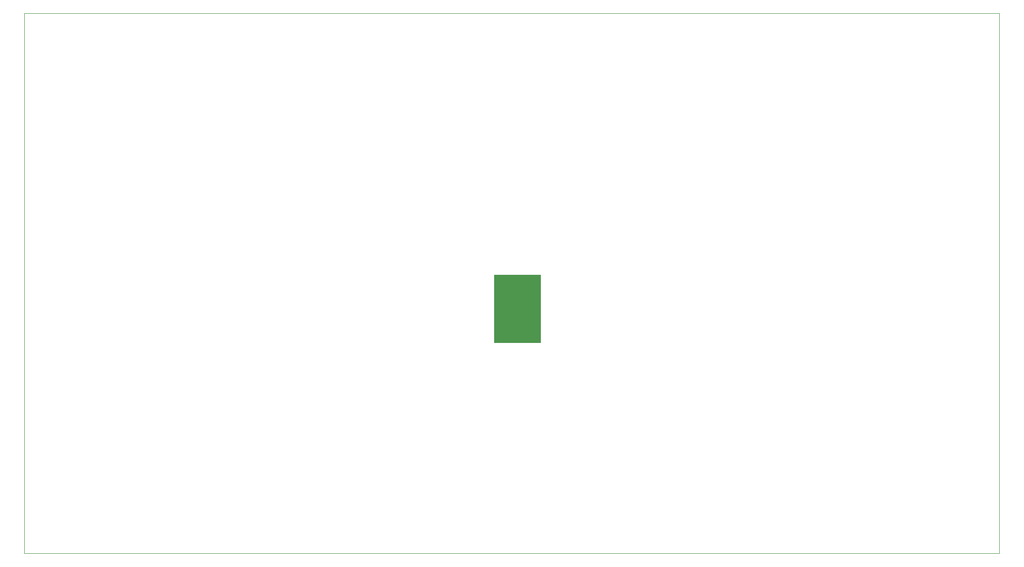
<source format=gbr>
%TF.GenerationSoftware,Altium Limited,Altium NEXUS,2.1.9 (83)*%
G04 Layer_Color=0*
%FSLAX44Y44*%
%MOMM*%
%TF.FileFunction,Profile,NP*%
%TF.Part,Single*%
G01*
G75*
%TA.AperFunction,Profile*%
%ADD134C,0.0254*%
G36*
X868750Y516250D02*
X955000D01*
Y390000D01*
X868750D01*
Y516250D01*
D02*
G37*
D134*
X0Y0D02*
X1802500D01*
Y1000000D01*
X0D01*
Y0D01*
%TF.MD5,af46852b8a109d72c37798005f1bf8ee*%
M02*

</source>
